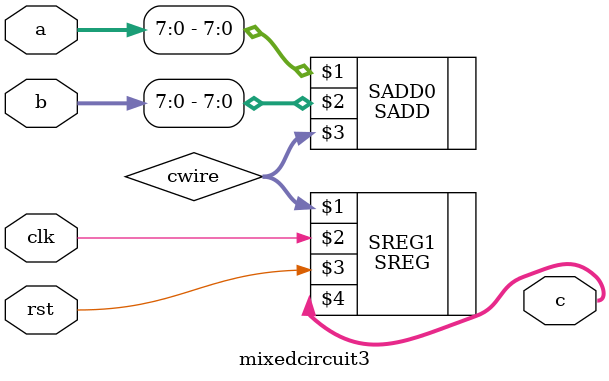
<source format=v>
`timescale 1ns / 1ps 

module mixedcircuit3(clk, rst, a, b, c);

input clk, rst;
input signed [31:0] a;
input [15:0] b;
output signed [7:0] c;
wire signed [7:0] cwire;

SADD #(.DATAWIDTH(8)) SADD0(a[7:0], b[7:0], cwire);
SREG #(.DATAWIDTH(8)) SREG1(cwire, clk, rst, c);

endmodule

</source>
